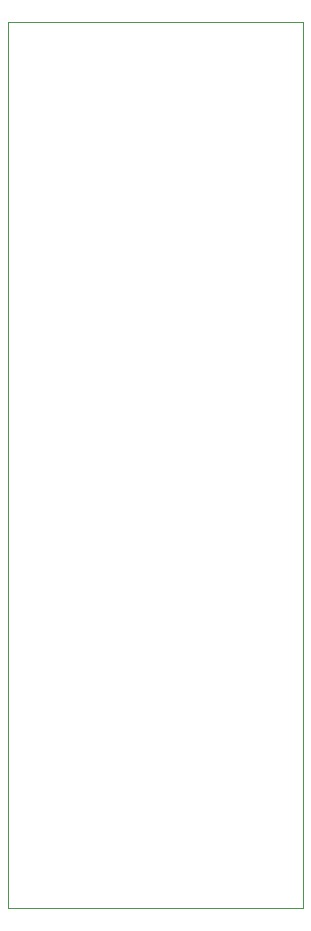
<source format=gm1>
%TF.GenerationSoftware,KiCad,Pcbnew,7.0.1-3b83917a11~171~ubuntu22.04.1*%
%TF.CreationDate,2023-04-15T23:20:09+01:00*%
%TF.ProjectId,spe_dongle,7370655f-646f-46e6-976c-652e6b696361,1.0*%
%TF.SameCoordinates,Original*%
%TF.FileFunction,Profile,NP*%
%FSLAX46Y46*%
G04 Gerber Fmt 4.6, Leading zero omitted, Abs format (unit mm)*
G04 Created by KiCad (PCBNEW 7.0.1-3b83917a11~171~ubuntu22.04.1) date 2023-04-15 23:20:09*
%MOMM*%
%LPD*%
G01*
G04 APERTURE LIST*
%TA.AperFunction,Profile*%
%ADD10C,0.100000*%
%TD*%
G04 APERTURE END LIST*
D10*
X137500000Y-50000000D02*
X162500000Y-50000000D01*
X162500000Y-125000000D01*
X137500000Y-125000000D01*
X137500000Y-50000000D01*
M02*

</source>
